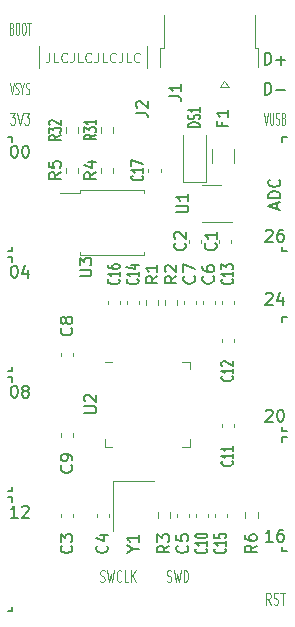
<source format=gbr>
%TF.GenerationSoftware,KiCad,Pcbnew,(6.0.1)*%
%TF.CreationDate,2022-02-13T21:58:50+09:00*%
%TF.ProjectId,yuiop2040,7975696f-7032-4303-9430-2e6b69636164,1*%
%TF.SameCoordinates,Original*%
%TF.FileFunction,Legend,Top*%
%TF.FilePolarity,Positive*%
%FSLAX46Y46*%
G04 Gerber Fmt 4.6, Leading zero omitted, Abs format (unit mm)*
G04 Created by KiCad (PCBNEW (6.0.1)) date 2022-02-13 21:58:50*
%MOMM*%
%LPD*%
G01*
G04 APERTURE LIST*
%ADD10C,0.150000*%
%ADD11C,0.075000*%
%ADD12C,0.120000*%
%ADD13C,0.100000*%
G04 APERTURE END LIST*
D10*
X127970000Y-115055000D02*
X127970000Y-114674000D01*
X150830000Y-84194000D02*
X150830000Y-84575000D01*
X150830000Y-99434000D02*
X150830000Y-99815000D01*
X127589000Y-114166000D02*
X127970000Y-114166000D01*
X127970000Y-93846000D02*
X127970000Y-93465000D01*
X151211000Y-99434000D02*
X150830000Y-99434000D01*
X127970000Y-104514000D02*
X127589000Y-104514000D01*
X127970000Y-124326000D02*
X127970000Y-123945000D01*
X127970000Y-104006000D02*
X127970000Y-103625000D01*
X127970000Y-94735000D02*
X127970000Y-94354000D01*
X127970000Y-104895000D02*
X127970000Y-104514000D01*
X127970000Y-94354000D02*
X127589000Y-94354000D01*
X150830000Y-118865000D02*
X150830000Y-119246000D01*
X127589000Y-93846000D02*
X127970000Y-93846000D01*
X150830000Y-93465000D02*
X150830000Y-93846000D01*
X151211000Y-109594000D02*
X150830000Y-109594000D01*
X127970000Y-84194000D02*
X127589000Y-84194000D01*
X150830000Y-93846000D02*
X151211000Y-93846000D01*
X150830000Y-119246000D02*
X151211000Y-119246000D01*
X127970000Y-114674000D02*
X127589000Y-114674000D01*
X150830000Y-108705000D02*
X150830000Y-109086000D01*
X151211000Y-84194000D02*
X150830000Y-84194000D01*
X127970000Y-114166000D02*
X127970000Y-113785000D01*
X127589000Y-104006000D02*
X127970000Y-104006000D01*
X150830000Y-109594000D02*
X150830000Y-109975000D01*
X127970000Y-84575000D02*
X127970000Y-84194000D01*
X127589000Y-124326000D02*
X127970000Y-124326000D01*
X150830000Y-109086000D02*
X151211000Y-109086000D01*
D11*
X127745821Y-79580344D02*
X127912487Y-80580344D01*
X128079154Y-79580344D01*
X128222011Y-80532725D02*
X128293440Y-80580344D01*
X128412487Y-80580344D01*
X128460106Y-80532725D01*
X128483916Y-80485106D01*
X128507725Y-80389868D01*
X128507725Y-80294630D01*
X128483916Y-80199392D01*
X128460106Y-80151773D01*
X128412487Y-80104154D01*
X128317249Y-80056535D01*
X128269630Y-80008916D01*
X128245821Y-79961297D01*
X128222011Y-79866059D01*
X128222011Y-79770821D01*
X128245821Y-79675583D01*
X128269630Y-79627964D01*
X128317249Y-79580344D01*
X128436297Y-79580344D01*
X128507725Y-79627964D01*
X128817249Y-80104154D02*
X128817249Y-80580344D01*
X128650583Y-79580344D02*
X128817249Y-80104154D01*
X128983916Y-79580344D01*
X129126773Y-80532725D02*
X129198202Y-80580344D01*
X129317249Y-80580344D01*
X129364868Y-80532725D01*
X129388678Y-80485106D01*
X129412487Y-80389868D01*
X129412487Y-80294630D01*
X129388678Y-80199392D01*
X129364868Y-80151773D01*
X129317249Y-80104154D01*
X129222011Y-80056535D01*
X129174392Y-80008916D01*
X129150583Y-79961297D01*
X129126773Y-79866059D01*
X129126773Y-79770821D01*
X129150583Y-79675583D01*
X129174392Y-79627964D01*
X129222011Y-79580344D01*
X129341059Y-79580344D01*
X129412487Y-79627964D01*
X127926428Y-74978571D02*
X127997857Y-75026190D01*
X128021666Y-75073809D01*
X128045476Y-75169047D01*
X128045476Y-75311904D01*
X128021666Y-75407142D01*
X127997857Y-75454761D01*
X127950238Y-75502380D01*
X127759761Y-75502380D01*
X127759761Y-74502380D01*
X127926428Y-74502380D01*
X127974047Y-74550000D01*
X127997857Y-74597619D01*
X128021666Y-74692857D01*
X128021666Y-74788095D01*
X127997857Y-74883333D01*
X127974047Y-74930952D01*
X127926428Y-74978571D01*
X127759761Y-74978571D01*
X128355000Y-74502380D02*
X128450238Y-74502380D01*
X128497857Y-74550000D01*
X128545476Y-74645238D01*
X128569285Y-74835714D01*
X128569285Y-75169047D01*
X128545476Y-75359523D01*
X128497857Y-75454761D01*
X128450238Y-75502380D01*
X128355000Y-75502380D01*
X128307380Y-75454761D01*
X128259761Y-75359523D01*
X128235952Y-75169047D01*
X128235952Y-74835714D01*
X128259761Y-74645238D01*
X128307380Y-74550000D01*
X128355000Y-74502380D01*
X128878809Y-74502380D02*
X128974047Y-74502380D01*
X129021666Y-74550000D01*
X129069285Y-74645238D01*
X129093095Y-74835714D01*
X129093095Y-75169047D01*
X129069285Y-75359523D01*
X129021666Y-75454761D01*
X128974047Y-75502380D01*
X128878809Y-75502380D01*
X128831190Y-75454761D01*
X128783571Y-75359523D01*
X128759761Y-75169047D01*
X128759761Y-74835714D01*
X128783571Y-74645238D01*
X128831190Y-74550000D01*
X128878809Y-74502380D01*
X129235952Y-74502380D02*
X129521666Y-74502380D01*
X129378809Y-75502380D02*
X129378809Y-74502380D01*
X149278333Y-82122380D02*
X149445000Y-83122380D01*
X149611666Y-82122380D01*
X149778333Y-82122380D02*
X149778333Y-82931904D01*
X149802142Y-83027142D01*
X149825952Y-83074761D01*
X149873571Y-83122380D01*
X149968809Y-83122380D01*
X150016428Y-83074761D01*
X150040238Y-83027142D01*
X150064047Y-82931904D01*
X150064047Y-82122380D01*
X150278333Y-83074761D02*
X150349761Y-83122380D01*
X150468809Y-83122380D01*
X150516428Y-83074761D01*
X150540238Y-83027142D01*
X150564047Y-82931904D01*
X150564047Y-82836666D01*
X150540238Y-82741428D01*
X150516428Y-82693809D01*
X150468809Y-82646190D01*
X150373571Y-82598571D01*
X150325952Y-82550952D01*
X150302142Y-82503333D01*
X150278333Y-82408095D01*
X150278333Y-82312857D01*
X150302142Y-82217619D01*
X150325952Y-82170000D01*
X150373571Y-82122380D01*
X150492619Y-82122380D01*
X150564047Y-82170000D01*
X150945000Y-82598571D02*
X151016428Y-82646190D01*
X151040238Y-82693809D01*
X151064047Y-82789047D01*
X151064047Y-82931904D01*
X151040238Y-83027142D01*
X151016428Y-83074761D01*
X150968809Y-83122380D01*
X150778333Y-83122380D01*
X150778333Y-82122380D01*
X150945000Y-82122380D01*
X150992619Y-82170000D01*
X151016428Y-82217619D01*
X151040238Y-82312857D01*
X151040238Y-82408095D01*
X151016428Y-82503333D01*
X150992619Y-82550952D01*
X150945000Y-82598571D01*
X150778333Y-82598571D01*
D10*
X149433095Y-107363619D02*
X149480714Y-107316000D01*
X149575952Y-107268380D01*
X149814047Y-107268380D01*
X149909285Y-107316000D01*
X149956904Y-107363619D01*
X150004523Y-107458857D01*
X150004523Y-107554095D01*
X149956904Y-107696952D01*
X149385476Y-108268380D01*
X150004523Y-108268380D01*
X150623571Y-107268380D02*
X150718809Y-107268380D01*
X150814047Y-107316000D01*
X150861666Y-107363619D01*
X150909285Y-107458857D01*
X150956904Y-107649333D01*
X150956904Y-107887428D01*
X150909285Y-108077904D01*
X150861666Y-108173142D01*
X150814047Y-108220761D01*
X150718809Y-108268380D01*
X150623571Y-108268380D01*
X150528333Y-108220761D01*
X150480714Y-108173142D01*
X150433095Y-108077904D01*
X150385476Y-107887428D01*
X150385476Y-107649333D01*
X150433095Y-107458857D01*
X150480714Y-107363619D01*
X150528333Y-107316000D01*
X150623571Y-107268380D01*
X149433095Y-97457619D02*
X149480714Y-97410000D01*
X149575952Y-97362380D01*
X149814047Y-97362380D01*
X149909285Y-97410000D01*
X149956904Y-97457619D01*
X150004523Y-97552857D01*
X150004523Y-97648095D01*
X149956904Y-97790952D01*
X149385476Y-98362380D01*
X150004523Y-98362380D01*
X150861666Y-97695714D02*
X150861666Y-98362380D01*
X150623571Y-97314761D02*
X150385476Y-98029047D01*
X151004523Y-98029047D01*
X150004523Y-118428380D02*
X149433095Y-118428380D01*
X149718809Y-118428380D02*
X149718809Y-117428380D01*
X149623571Y-117571238D01*
X149528333Y-117666476D01*
X149433095Y-117714095D01*
X150861666Y-117428380D02*
X150671190Y-117428380D01*
X150575952Y-117476000D01*
X150528333Y-117523619D01*
X150433095Y-117666476D01*
X150385476Y-117856952D01*
X150385476Y-118237904D01*
X150433095Y-118333142D01*
X150480714Y-118380761D01*
X150575952Y-118428380D01*
X150766428Y-118428380D01*
X150861666Y-118380761D01*
X150909285Y-118333142D01*
X150956904Y-118237904D01*
X150956904Y-117999809D01*
X150909285Y-117904571D01*
X150861666Y-117856952D01*
X150766428Y-117809333D01*
X150575952Y-117809333D01*
X150480714Y-117856952D01*
X150433095Y-117904571D01*
X150385476Y-117999809D01*
D12*
X131104761Y-77061904D02*
X131104761Y-77633333D01*
X131066666Y-77747619D01*
X130990476Y-77823809D01*
X130876190Y-77861904D01*
X130800000Y-77861904D01*
X131866666Y-77861904D02*
X131485714Y-77861904D01*
X131485714Y-77061904D01*
X132590476Y-77785714D02*
X132552380Y-77823809D01*
X132438095Y-77861904D01*
X132361904Y-77861904D01*
X132247619Y-77823809D01*
X132171428Y-77747619D01*
X132133333Y-77671428D01*
X132095238Y-77519047D01*
X132095238Y-77404761D01*
X132133333Y-77252380D01*
X132171428Y-77176190D01*
X132247619Y-77100000D01*
X132361904Y-77061904D01*
X132438095Y-77061904D01*
X132552380Y-77100000D01*
X132590476Y-77138095D01*
X133161904Y-77061904D02*
X133161904Y-77633333D01*
X133123809Y-77747619D01*
X133047619Y-77823809D01*
X132933333Y-77861904D01*
X132857142Y-77861904D01*
X133923809Y-77861904D02*
X133542857Y-77861904D01*
X133542857Y-77061904D01*
X134647619Y-77785714D02*
X134609523Y-77823809D01*
X134495238Y-77861904D01*
X134419047Y-77861904D01*
X134304761Y-77823809D01*
X134228571Y-77747619D01*
X134190476Y-77671428D01*
X134152380Y-77519047D01*
X134152380Y-77404761D01*
X134190476Y-77252380D01*
X134228571Y-77176190D01*
X134304761Y-77100000D01*
X134419047Y-77061904D01*
X134495238Y-77061904D01*
X134609523Y-77100000D01*
X134647619Y-77138095D01*
X135219047Y-77061904D02*
X135219047Y-77633333D01*
X135180952Y-77747619D01*
X135104761Y-77823809D01*
X134990476Y-77861904D01*
X134914285Y-77861904D01*
X135980952Y-77861904D02*
X135600000Y-77861904D01*
X135600000Y-77061904D01*
X136704761Y-77785714D02*
X136666666Y-77823809D01*
X136552380Y-77861904D01*
X136476190Y-77861904D01*
X136361904Y-77823809D01*
X136285714Y-77747619D01*
X136247619Y-77671428D01*
X136209523Y-77519047D01*
X136209523Y-77404761D01*
X136247619Y-77252380D01*
X136285714Y-77176190D01*
X136361904Y-77100000D01*
X136476190Y-77061904D01*
X136552380Y-77061904D01*
X136666666Y-77100000D01*
X136704761Y-77138095D01*
X137276190Y-77061904D02*
X137276190Y-77633333D01*
X137238095Y-77747619D01*
X137161904Y-77823809D01*
X137047619Y-77861904D01*
X136971428Y-77861904D01*
X138038095Y-77861904D02*
X137657142Y-77861904D01*
X137657142Y-77061904D01*
X138761904Y-77785714D02*
X138723809Y-77823809D01*
X138609523Y-77861904D01*
X138533333Y-77861904D01*
X138419047Y-77823809D01*
X138342857Y-77747619D01*
X138304761Y-77671428D01*
X138266666Y-77519047D01*
X138266666Y-77404761D01*
X138304761Y-77252380D01*
X138342857Y-77176190D01*
X138419047Y-77100000D01*
X138533333Y-77061904D01*
X138609523Y-77061904D01*
X138723809Y-77100000D01*
X138761904Y-77138095D01*
D13*
X141044285Y-121809761D02*
X141138571Y-121857380D01*
X141295714Y-121857380D01*
X141358571Y-121809761D01*
X141390000Y-121762142D01*
X141421428Y-121666904D01*
X141421428Y-121571666D01*
X141390000Y-121476428D01*
X141358571Y-121428809D01*
X141295714Y-121381190D01*
X141170000Y-121333571D01*
X141107142Y-121285952D01*
X141075714Y-121238333D01*
X141044285Y-121143095D01*
X141044285Y-121047857D01*
X141075714Y-120952619D01*
X141107142Y-120905000D01*
X141170000Y-120857380D01*
X141327142Y-120857380D01*
X141421428Y-120905000D01*
X141641428Y-120857380D02*
X141798571Y-121857380D01*
X141924285Y-121143095D01*
X142050000Y-121857380D01*
X142207142Y-120857380D01*
X142458571Y-121857380D02*
X142458571Y-120857380D01*
X142615714Y-120857380D01*
X142710000Y-120905000D01*
X142772857Y-121000238D01*
X142804285Y-121095476D01*
X142835714Y-121285952D01*
X142835714Y-121428809D01*
X142804285Y-121619285D01*
X142772857Y-121714523D01*
X142710000Y-121809761D01*
X142615714Y-121857380D01*
X142458571Y-121857380D01*
X127787857Y-82122380D02*
X128196428Y-82122380D01*
X127976428Y-82503333D01*
X128070714Y-82503333D01*
X128133571Y-82550952D01*
X128165000Y-82598571D01*
X128196428Y-82693809D01*
X128196428Y-82931904D01*
X128165000Y-83027142D01*
X128133571Y-83074761D01*
X128070714Y-83122380D01*
X127882142Y-83122380D01*
X127819285Y-83074761D01*
X127787857Y-83027142D01*
X128385000Y-82122380D02*
X128605000Y-83122380D01*
X128825000Y-82122380D01*
X128982142Y-82122380D02*
X129390714Y-82122380D01*
X129170714Y-82503333D01*
X129265000Y-82503333D01*
X129327857Y-82550952D01*
X129359285Y-82598571D01*
X129390714Y-82693809D01*
X129390714Y-82931904D01*
X129359285Y-83027142D01*
X129327857Y-83074761D01*
X129265000Y-83122380D01*
X129076428Y-83122380D01*
X129013571Y-83074761D01*
X128982142Y-83027142D01*
D10*
X128414523Y-116396380D02*
X127843095Y-116396380D01*
X128128809Y-116396380D02*
X128128809Y-115396380D01*
X128033571Y-115539238D01*
X127938333Y-115634476D01*
X127843095Y-115682095D01*
X128795476Y-115491619D02*
X128843095Y-115444000D01*
X128938333Y-115396380D01*
X129176428Y-115396380D01*
X129271666Y-115444000D01*
X129319285Y-115491619D01*
X129366904Y-115586857D01*
X129366904Y-115682095D01*
X129319285Y-115824952D01*
X128747857Y-116396380D01*
X129366904Y-116396380D01*
X128081190Y-84916380D02*
X128176428Y-84916380D01*
X128271666Y-84964000D01*
X128319285Y-85011619D01*
X128366904Y-85106857D01*
X128414523Y-85297333D01*
X128414523Y-85535428D01*
X128366904Y-85725904D01*
X128319285Y-85821142D01*
X128271666Y-85868761D01*
X128176428Y-85916380D01*
X128081190Y-85916380D01*
X127985952Y-85868761D01*
X127938333Y-85821142D01*
X127890714Y-85725904D01*
X127843095Y-85535428D01*
X127843095Y-85297333D01*
X127890714Y-85106857D01*
X127938333Y-85011619D01*
X127985952Y-84964000D01*
X128081190Y-84916380D01*
X129033571Y-84916380D02*
X129128809Y-84916380D01*
X129224047Y-84964000D01*
X129271666Y-85011619D01*
X129319285Y-85106857D01*
X129366904Y-85297333D01*
X129366904Y-85535428D01*
X129319285Y-85725904D01*
X129271666Y-85821142D01*
X129224047Y-85868761D01*
X129128809Y-85916380D01*
X129033571Y-85916380D01*
X128938333Y-85868761D01*
X128890714Y-85821142D01*
X128843095Y-85725904D01*
X128795476Y-85535428D01*
X128795476Y-85297333D01*
X128843095Y-85106857D01*
X128890714Y-85011619D01*
X128938333Y-84964000D01*
X129033571Y-84916380D01*
X149433095Y-92123619D02*
X149480714Y-92076000D01*
X149575952Y-92028380D01*
X149814047Y-92028380D01*
X149909285Y-92076000D01*
X149956904Y-92123619D01*
X150004523Y-92218857D01*
X150004523Y-92314095D01*
X149956904Y-92456952D01*
X149385476Y-93028380D01*
X150004523Y-93028380D01*
X150861666Y-92028380D02*
X150671190Y-92028380D01*
X150575952Y-92076000D01*
X150528333Y-92123619D01*
X150433095Y-92266476D01*
X150385476Y-92456952D01*
X150385476Y-92837904D01*
X150433095Y-92933142D01*
X150480714Y-92980761D01*
X150575952Y-93028380D01*
X150766428Y-93028380D01*
X150861666Y-92980761D01*
X150909285Y-92933142D01*
X150956904Y-92837904D01*
X150956904Y-92599809D01*
X150909285Y-92504571D01*
X150861666Y-92456952D01*
X150766428Y-92409333D01*
X150575952Y-92409333D01*
X150480714Y-92456952D01*
X150433095Y-92504571D01*
X150385476Y-92599809D01*
X149314047Y-78042380D02*
X149314047Y-77042380D01*
X149552142Y-77042380D01*
X149695000Y-77090000D01*
X149790238Y-77185238D01*
X149837857Y-77280476D01*
X149885476Y-77470952D01*
X149885476Y-77613809D01*
X149837857Y-77804285D01*
X149790238Y-77899523D01*
X149695000Y-77994761D01*
X149552142Y-78042380D01*
X149314047Y-78042380D01*
X150314047Y-77661428D02*
X151075952Y-77661428D01*
X150695000Y-78042380D02*
X150695000Y-77280476D01*
D13*
X135407142Y-121809761D02*
X135501428Y-121857380D01*
X135658571Y-121857380D01*
X135721428Y-121809761D01*
X135752857Y-121762142D01*
X135784285Y-121666904D01*
X135784285Y-121571666D01*
X135752857Y-121476428D01*
X135721428Y-121428809D01*
X135658571Y-121381190D01*
X135532857Y-121333571D01*
X135470000Y-121285952D01*
X135438571Y-121238333D01*
X135407142Y-121143095D01*
X135407142Y-121047857D01*
X135438571Y-120952619D01*
X135470000Y-120905000D01*
X135532857Y-120857380D01*
X135690000Y-120857380D01*
X135784285Y-120905000D01*
X136004285Y-120857380D02*
X136161428Y-121857380D01*
X136287142Y-121143095D01*
X136412857Y-121857380D01*
X136570000Y-120857380D01*
X137198571Y-121762142D02*
X137167142Y-121809761D01*
X137072857Y-121857380D01*
X137010000Y-121857380D01*
X136915714Y-121809761D01*
X136852857Y-121714523D01*
X136821428Y-121619285D01*
X136790000Y-121428809D01*
X136790000Y-121285952D01*
X136821428Y-121095476D01*
X136852857Y-121000238D01*
X136915714Y-120905000D01*
X137010000Y-120857380D01*
X137072857Y-120857380D01*
X137167142Y-120905000D01*
X137198571Y-120952619D01*
X137795714Y-121857380D02*
X137481428Y-121857380D01*
X137481428Y-120857380D01*
X138015714Y-121857380D02*
X138015714Y-120857380D01*
X138392857Y-121857380D02*
X138110000Y-121285952D01*
X138392857Y-120857380D02*
X138015714Y-121428809D01*
D10*
X128081190Y-95076380D02*
X128176428Y-95076380D01*
X128271666Y-95124000D01*
X128319285Y-95171619D01*
X128366904Y-95266857D01*
X128414523Y-95457333D01*
X128414523Y-95695428D01*
X128366904Y-95885904D01*
X128319285Y-95981142D01*
X128271666Y-96028761D01*
X128176428Y-96076380D01*
X128081190Y-96076380D01*
X127985952Y-96028761D01*
X127938333Y-95981142D01*
X127890714Y-95885904D01*
X127843095Y-95695428D01*
X127843095Y-95457333D01*
X127890714Y-95266857D01*
X127938333Y-95171619D01*
X127985952Y-95124000D01*
X128081190Y-95076380D01*
X129271666Y-95409714D02*
X129271666Y-96076380D01*
X129033571Y-95028761D02*
X128795476Y-95743047D01*
X129414523Y-95743047D01*
X149314047Y-80582380D02*
X149314047Y-79582380D01*
X149552142Y-79582380D01*
X149695000Y-79630000D01*
X149790238Y-79725238D01*
X149837857Y-79820476D01*
X149885476Y-80010952D01*
X149885476Y-80153809D01*
X149837857Y-80344285D01*
X149790238Y-80439523D01*
X149695000Y-80534761D01*
X149552142Y-80582380D01*
X149314047Y-80582380D01*
X150314047Y-80201428D02*
X151075952Y-80201428D01*
X128081190Y-105236380D02*
X128176428Y-105236380D01*
X128271666Y-105284000D01*
X128319285Y-105331619D01*
X128366904Y-105426857D01*
X128414523Y-105617333D01*
X128414523Y-105855428D01*
X128366904Y-106045904D01*
X128319285Y-106141142D01*
X128271666Y-106188761D01*
X128176428Y-106236380D01*
X128081190Y-106236380D01*
X127985952Y-106188761D01*
X127938333Y-106141142D01*
X127890714Y-106045904D01*
X127843095Y-105855428D01*
X127843095Y-105617333D01*
X127890714Y-105426857D01*
X127938333Y-105331619D01*
X127985952Y-105284000D01*
X128081190Y-105236380D01*
X128985952Y-105664952D02*
X128890714Y-105617333D01*
X128843095Y-105569714D01*
X128795476Y-105474476D01*
X128795476Y-105426857D01*
X128843095Y-105331619D01*
X128890714Y-105284000D01*
X128985952Y-105236380D01*
X129176428Y-105236380D01*
X129271666Y-105284000D01*
X129319285Y-105331619D01*
X129366904Y-105426857D01*
X129366904Y-105474476D01*
X129319285Y-105569714D01*
X129271666Y-105617333D01*
X129176428Y-105664952D01*
X128985952Y-105664952D01*
X128890714Y-105712571D01*
X128843095Y-105760190D01*
X128795476Y-105855428D01*
X128795476Y-106045904D01*
X128843095Y-106141142D01*
X128890714Y-106188761D01*
X128985952Y-106236380D01*
X129176428Y-106236380D01*
X129271666Y-106188761D01*
X129319285Y-106141142D01*
X129366904Y-106045904D01*
X129366904Y-105855428D01*
X129319285Y-105760190D01*
X129271666Y-105712571D01*
X129176428Y-105664952D01*
D13*
X149833571Y-123762380D02*
X149613571Y-123286190D01*
X149456428Y-123762380D02*
X149456428Y-122762380D01*
X149707857Y-122762380D01*
X149770714Y-122810000D01*
X149802142Y-122857619D01*
X149833571Y-122952857D01*
X149833571Y-123095714D01*
X149802142Y-123190952D01*
X149770714Y-123238571D01*
X149707857Y-123286190D01*
X149456428Y-123286190D01*
X150085000Y-123714761D02*
X150179285Y-123762380D01*
X150336428Y-123762380D01*
X150399285Y-123714761D01*
X150430714Y-123667142D01*
X150462142Y-123571904D01*
X150462142Y-123476666D01*
X150430714Y-123381428D01*
X150399285Y-123333809D01*
X150336428Y-123286190D01*
X150210714Y-123238571D01*
X150147857Y-123190952D01*
X150116428Y-123143333D01*
X150085000Y-123048095D01*
X150085000Y-122952857D01*
X150116428Y-122857619D01*
X150147857Y-122810000D01*
X150210714Y-122762380D01*
X150367857Y-122762380D01*
X150462142Y-122810000D01*
X150650714Y-122762380D02*
X151027857Y-122762380D01*
X150839285Y-123762380D02*
X150839285Y-122762380D01*
D10*
X150361666Y-90258095D02*
X150361666Y-89781904D01*
X150647380Y-90353333D02*
X149647380Y-90020000D01*
X150647380Y-89686666D01*
X150647380Y-89353333D02*
X149647380Y-89353333D01*
X149647380Y-89115238D01*
X149695000Y-88972380D01*
X149790238Y-88877142D01*
X149885476Y-88829523D01*
X150075952Y-88781904D01*
X150218809Y-88781904D01*
X150409285Y-88829523D01*
X150504523Y-88877142D01*
X150599761Y-88972380D01*
X150647380Y-89115238D01*
X150647380Y-89353333D01*
X150552142Y-87781904D02*
X150599761Y-87829523D01*
X150647380Y-87972380D01*
X150647380Y-88067619D01*
X150599761Y-88210476D01*
X150504523Y-88305714D01*
X150409285Y-88353333D01*
X150218809Y-88400952D01*
X150075952Y-88400952D01*
X149885476Y-88353333D01*
X149790238Y-88305714D01*
X149695000Y-88210476D01*
X149647380Y-88067619D01*
X149647380Y-87972380D01*
X149695000Y-87829523D01*
X149742619Y-87781904D01*
%TO.C,R2*%
X141852380Y-95966666D02*
X141376190Y-96300000D01*
X141852380Y-96538095D02*
X140852380Y-96538095D01*
X140852380Y-96157142D01*
X140900000Y-96061904D01*
X140947619Y-96014285D01*
X141042857Y-95966666D01*
X141185714Y-95966666D01*
X141280952Y-96014285D01*
X141328571Y-96061904D01*
X141376190Y-96157142D01*
X141376190Y-96538095D01*
X140947619Y-95585714D02*
X140900000Y-95538095D01*
X140852380Y-95442857D01*
X140852380Y-95204761D01*
X140900000Y-95109523D01*
X140947619Y-95061904D01*
X141042857Y-95014285D01*
X141138095Y-95014285D01*
X141280952Y-95061904D01*
X141852380Y-95633333D01*
X141852380Y-95014285D01*
%TO.C,U2*%
X134052380Y-107561904D02*
X134861904Y-107561904D01*
X134957142Y-107514285D01*
X135004761Y-107466666D01*
X135052380Y-107371428D01*
X135052380Y-107180952D01*
X135004761Y-107085714D01*
X134957142Y-107038095D01*
X134861904Y-106990476D01*
X134052380Y-106990476D01*
X134147619Y-106561904D02*
X134100000Y-106514285D01*
X134052380Y-106419047D01*
X134052380Y-106180952D01*
X134100000Y-106085714D01*
X134147619Y-106038095D01*
X134242857Y-105990476D01*
X134338095Y-105990476D01*
X134480952Y-106038095D01*
X135052380Y-106609523D01*
X135052380Y-105990476D01*
%TO.C,C10*%
X144357142Y-119024285D02*
X144404761Y-119055714D01*
X144452380Y-119150000D01*
X144452380Y-119212857D01*
X144404761Y-119307142D01*
X144309523Y-119370000D01*
X144214285Y-119401428D01*
X144023809Y-119432857D01*
X143880952Y-119432857D01*
X143690476Y-119401428D01*
X143595238Y-119370000D01*
X143500000Y-119307142D01*
X143452380Y-119212857D01*
X143452380Y-119150000D01*
X143500000Y-119055714D01*
X143547619Y-119024285D01*
X144452380Y-118395714D02*
X144452380Y-118772857D01*
X144452380Y-118584285D02*
X143452380Y-118584285D01*
X143595238Y-118647142D01*
X143690476Y-118710000D01*
X143738095Y-118772857D01*
X143452380Y-117987142D02*
X143452380Y-117924285D01*
X143500000Y-117861428D01*
X143547619Y-117830000D01*
X143642857Y-117798571D01*
X143833333Y-117767142D01*
X144071428Y-117767142D01*
X144261904Y-117798571D01*
X144357142Y-117830000D01*
X144404761Y-117861428D01*
X144452380Y-117924285D01*
X144452380Y-117987142D01*
X144404761Y-118050000D01*
X144357142Y-118081428D01*
X144261904Y-118112857D01*
X144071428Y-118144285D01*
X143833333Y-118144285D01*
X143642857Y-118112857D01*
X143547619Y-118081428D01*
X143500000Y-118050000D01*
X143452380Y-117987142D01*
%TO.C,C9*%
X132957142Y-111966666D02*
X133004761Y-112014285D01*
X133052380Y-112157142D01*
X133052380Y-112252380D01*
X133004761Y-112395238D01*
X132909523Y-112490476D01*
X132814285Y-112538095D01*
X132623809Y-112585714D01*
X132480952Y-112585714D01*
X132290476Y-112538095D01*
X132195238Y-112490476D01*
X132100000Y-112395238D01*
X132052380Y-112252380D01*
X132052380Y-112157142D01*
X132100000Y-112014285D01*
X132147619Y-111966666D01*
X133052380Y-111490476D02*
X133052380Y-111300000D01*
X133004761Y-111204761D01*
X132957142Y-111157142D01*
X132814285Y-111061904D01*
X132623809Y-111014285D01*
X132242857Y-111014285D01*
X132147619Y-111061904D01*
X132100000Y-111109523D01*
X132052380Y-111204761D01*
X132052380Y-111395238D01*
X132100000Y-111490476D01*
X132147619Y-111538095D01*
X132242857Y-111585714D01*
X132480952Y-111585714D01*
X132576190Y-111538095D01*
X132623809Y-111490476D01*
X132671428Y-111395238D01*
X132671428Y-111204761D01*
X132623809Y-111109523D01*
X132576190Y-111061904D01*
X132480952Y-111014285D01*
%TO.C,C11*%
X146557142Y-111624285D02*
X146604761Y-111655714D01*
X146652380Y-111750000D01*
X146652380Y-111812857D01*
X146604761Y-111907142D01*
X146509523Y-111970000D01*
X146414285Y-112001428D01*
X146223809Y-112032857D01*
X146080952Y-112032857D01*
X145890476Y-112001428D01*
X145795238Y-111970000D01*
X145700000Y-111907142D01*
X145652380Y-111812857D01*
X145652380Y-111750000D01*
X145700000Y-111655714D01*
X145747619Y-111624285D01*
X146652380Y-110995714D02*
X146652380Y-111372857D01*
X146652380Y-111184285D02*
X145652380Y-111184285D01*
X145795238Y-111247142D01*
X145890476Y-111310000D01*
X145938095Y-111372857D01*
X146652380Y-110367142D02*
X146652380Y-110744285D01*
X146652380Y-110555714D02*
X145652380Y-110555714D01*
X145795238Y-110618571D01*
X145890476Y-110681428D01*
X145938095Y-110744285D01*
%TO.C,R1*%
X140252380Y-95966666D02*
X139776190Y-96300000D01*
X140252380Y-96538095D02*
X139252380Y-96538095D01*
X139252380Y-96157142D01*
X139300000Y-96061904D01*
X139347619Y-96014285D01*
X139442857Y-95966666D01*
X139585714Y-95966666D01*
X139680952Y-96014285D01*
X139728571Y-96061904D01*
X139776190Y-96157142D01*
X139776190Y-96538095D01*
X140252380Y-95014285D02*
X140252380Y-95585714D01*
X140252380Y-95300000D02*
X139252380Y-95300000D01*
X139395238Y-95395238D01*
X139490476Y-95490476D01*
X139538095Y-95585714D01*
%TO.C,U1*%
X141852380Y-90561904D02*
X142661904Y-90561904D01*
X142757142Y-90514285D01*
X142804761Y-90466666D01*
X142852380Y-90371428D01*
X142852380Y-90180952D01*
X142804761Y-90085714D01*
X142757142Y-90038095D01*
X142661904Y-89990476D01*
X141852380Y-89990476D01*
X142852380Y-88990476D02*
X142852380Y-89561904D01*
X142852380Y-89276190D02*
X141852380Y-89276190D01*
X141995238Y-89371428D01*
X142090476Y-89466666D01*
X142138095Y-89561904D01*
%TO.C,C4*%
X135957142Y-118766666D02*
X136004761Y-118814285D01*
X136052380Y-118957142D01*
X136052380Y-119052380D01*
X136004761Y-119195238D01*
X135909523Y-119290476D01*
X135814285Y-119338095D01*
X135623809Y-119385714D01*
X135480952Y-119385714D01*
X135290476Y-119338095D01*
X135195238Y-119290476D01*
X135100000Y-119195238D01*
X135052380Y-119052380D01*
X135052380Y-118957142D01*
X135100000Y-118814285D01*
X135147619Y-118766666D01*
X135385714Y-117909523D02*
X136052380Y-117909523D01*
X135004761Y-118147619D02*
X135719047Y-118385714D01*
X135719047Y-117766666D01*
%TO.C,DS1*%
X143852380Y-83301428D02*
X142852380Y-83301428D01*
X142852380Y-83144285D01*
X142900000Y-83050000D01*
X142995238Y-82987142D01*
X143090476Y-82955714D01*
X143280952Y-82924285D01*
X143423809Y-82924285D01*
X143614285Y-82955714D01*
X143709523Y-82987142D01*
X143804761Y-83050000D01*
X143852380Y-83144285D01*
X143852380Y-83301428D01*
X143804761Y-82672857D02*
X143852380Y-82578571D01*
X143852380Y-82421428D01*
X143804761Y-82358571D01*
X143757142Y-82327142D01*
X143661904Y-82295714D01*
X143566666Y-82295714D01*
X143471428Y-82327142D01*
X143423809Y-82358571D01*
X143376190Y-82421428D01*
X143328571Y-82547142D01*
X143280952Y-82610000D01*
X143233333Y-82641428D01*
X143138095Y-82672857D01*
X143042857Y-82672857D01*
X142947619Y-82641428D01*
X142900000Y-82610000D01*
X142852380Y-82547142D01*
X142852380Y-82390000D01*
X142900000Y-82295714D01*
X143852380Y-81667142D02*
X143852380Y-82044285D01*
X143852380Y-81855714D02*
X142852380Y-81855714D01*
X142995238Y-81918571D01*
X143090476Y-81981428D01*
X143138095Y-82044285D01*
%TO.C,C15*%
X145957142Y-119024285D02*
X146004761Y-119055714D01*
X146052380Y-119150000D01*
X146052380Y-119212857D01*
X146004761Y-119307142D01*
X145909523Y-119370000D01*
X145814285Y-119401428D01*
X145623809Y-119432857D01*
X145480952Y-119432857D01*
X145290476Y-119401428D01*
X145195238Y-119370000D01*
X145100000Y-119307142D01*
X145052380Y-119212857D01*
X145052380Y-119150000D01*
X145100000Y-119055714D01*
X145147619Y-119024285D01*
X146052380Y-118395714D02*
X146052380Y-118772857D01*
X146052380Y-118584285D02*
X145052380Y-118584285D01*
X145195238Y-118647142D01*
X145290476Y-118710000D01*
X145338095Y-118772857D01*
X145052380Y-117798571D02*
X145052380Y-118112857D01*
X145528571Y-118144285D01*
X145480952Y-118112857D01*
X145433333Y-118050000D01*
X145433333Y-117892857D01*
X145480952Y-117830000D01*
X145528571Y-117798571D01*
X145623809Y-117767142D01*
X145861904Y-117767142D01*
X145957142Y-117798571D01*
X146004761Y-117830000D01*
X146052380Y-117892857D01*
X146052380Y-118050000D01*
X146004761Y-118112857D01*
X145957142Y-118144285D01*
%TO.C,R31*%
X135052380Y-83999285D02*
X134576190Y-84219285D01*
X135052380Y-84376428D02*
X134052380Y-84376428D01*
X134052380Y-84125000D01*
X134100000Y-84062142D01*
X134147619Y-84030714D01*
X134242857Y-83999285D01*
X134385714Y-83999285D01*
X134480952Y-84030714D01*
X134528571Y-84062142D01*
X134576190Y-84125000D01*
X134576190Y-84376428D01*
X134052380Y-83779285D02*
X134052380Y-83370714D01*
X134433333Y-83590714D01*
X134433333Y-83496428D01*
X134480952Y-83433571D01*
X134528571Y-83402142D01*
X134623809Y-83370714D01*
X134861904Y-83370714D01*
X134957142Y-83402142D01*
X135004761Y-83433571D01*
X135052380Y-83496428D01*
X135052380Y-83685000D01*
X135004761Y-83747857D01*
X134957142Y-83779285D01*
X135052380Y-82742142D02*
X135052380Y-83119285D01*
X135052380Y-82930714D02*
X134052380Y-82930714D01*
X134195238Y-82993571D01*
X134290476Y-83056428D01*
X134338095Y-83119285D01*
%TO.C,C3*%
X132957142Y-118766666D02*
X133004761Y-118814285D01*
X133052380Y-118957142D01*
X133052380Y-119052380D01*
X133004761Y-119195238D01*
X132909523Y-119290476D01*
X132814285Y-119338095D01*
X132623809Y-119385714D01*
X132480952Y-119385714D01*
X132290476Y-119338095D01*
X132195238Y-119290476D01*
X132100000Y-119195238D01*
X132052380Y-119052380D01*
X132052380Y-118957142D01*
X132100000Y-118814285D01*
X132147619Y-118766666D01*
X132052380Y-118433333D02*
X132052380Y-117814285D01*
X132433333Y-118147619D01*
X132433333Y-118004761D01*
X132480952Y-117909523D01*
X132528571Y-117861904D01*
X132623809Y-117814285D01*
X132861904Y-117814285D01*
X132957142Y-117861904D01*
X133004761Y-117909523D01*
X133052380Y-118004761D01*
X133052380Y-118290476D01*
X133004761Y-118385714D01*
X132957142Y-118433333D01*
%TO.C,Y1*%
X138176190Y-119076190D02*
X138652380Y-119076190D01*
X137652380Y-119409523D02*
X138176190Y-119076190D01*
X137652380Y-118742857D01*
X138652380Y-117885714D02*
X138652380Y-118457142D01*
X138652380Y-118171428D02*
X137652380Y-118171428D01*
X137795238Y-118266666D01*
X137890476Y-118361904D01*
X137938095Y-118457142D01*
%TO.C,R32*%
X132052380Y-84024285D02*
X131576190Y-84244285D01*
X132052380Y-84401428D02*
X131052380Y-84401428D01*
X131052380Y-84150000D01*
X131100000Y-84087142D01*
X131147619Y-84055714D01*
X131242857Y-84024285D01*
X131385714Y-84024285D01*
X131480952Y-84055714D01*
X131528571Y-84087142D01*
X131576190Y-84150000D01*
X131576190Y-84401428D01*
X131052380Y-83804285D02*
X131052380Y-83395714D01*
X131433333Y-83615714D01*
X131433333Y-83521428D01*
X131480952Y-83458571D01*
X131528571Y-83427142D01*
X131623809Y-83395714D01*
X131861904Y-83395714D01*
X131957142Y-83427142D01*
X132004761Y-83458571D01*
X132052380Y-83521428D01*
X132052380Y-83710000D01*
X132004761Y-83772857D01*
X131957142Y-83804285D01*
X131147619Y-83144285D02*
X131100000Y-83112857D01*
X131052380Y-83050000D01*
X131052380Y-82892857D01*
X131100000Y-82830000D01*
X131147619Y-82798571D01*
X131242857Y-82767142D01*
X131338095Y-82767142D01*
X131480952Y-82798571D01*
X132052380Y-83175714D01*
X132052380Y-82767142D01*
%TO.C,C12*%
X146557142Y-104424285D02*
X146604761Y-104455714D01*
X146652380Y-104550000D01*
X146652380Y-104612857D01*
X146604761Y-104707142D01*
X146509523Y-104770000D01*
X146414285Y-104801428D01*
X146223809Y-104832857D01*
X146080952Y-104832857D01*
X145890476Y-104801428D01*
X145795238Y-104770000D01*
X145700000Y-104707142D01*
X145652380Y-104612857D01*
X145652380Y-104550000D01*
X145700000Y-104455714D01*
X145747619Y-104424285D01*
X146652380Y-103795714D02*
X146652380Y-104172857D01*
X146652380Y-103984285D02*
X145652380Y-103984285D01*
X145795238Y-104047142D01*
X145890476Y-104110000D01*
X145938095Y-104172857D01*
X145747619Y-103544285D02*
X145700000Y-103512857D01*
X145652380Y-103450000D01*
X145652380Y-103292857D01*
X145700000Y-103230000D01*
X145747619Y-103198571D01*
X145842857Y-103167142D01*
X145938095Y-103167142D01*
X146080952Y-103198571D01*
X146652380Y-103575714D01*
X146652380Y-103167142D01*
%TO.C,C1*%
X145157142Y-93166666D02*
X145204761Y-93214285D01*
X145252380Y-93357142D01*
X145252380Y-93452380D01*
X145204761Y-93595238D01*
X145109523Y-93690476D01*
X145014285Y-93738095D01*
X144823809Y-93785714D01*
X144680952Y-93785714D01*
X144490476Y-93738095D01*
X144395238Y-93690476D01*
X144300000Y-93595238D01*
X144252380Y-93452380D01*
X144252380Y-93357142D01*
X144300000Y-93214285D01*
X144347619Y-93166666D01*
X145252380Y-92214285D02*
X145252380Y-92785714D01*
X145252380Y-92500000D02*
X144252380Y-92500000D01*
X144395238Y-92595238D01*
X144490476Y-92690476D01*
X144538095Y-92785714D01*
%TO.C,F1*%
X145728571Y-82933333D02*
X145728571Y-83266666D01*
X146252380Y-83266666D02*
X145252380Y-83266666D01*
X145252380Y-82790476D01*
X146252380Y-81885714D02*
X146252380Y-82457142D01*
X146252380Y-82171428D02*
X145252380Y-82171428D01*
X145395238Y-82266666D01*
X145490476Y-82361904D01*
X145538095Y-82457142D01*
%TO.C,C7*%
X143357142Y-95966666D02*
X143404761Y-96014285D01*
X143452380Y-96157142D01*
X143452380Y-96252380D01*
X143404761Y-96395238D01*
X143309523Y-96490476D01*
X143214285Y-96538095D01*
X143023809Y-96585714D01*
X142880952Y-96585714D01*
X142690476Y-96538095D01*
X142595238Y-96490476D01*
X142500000Y-96395238D01*
X142452380Y-96252380D01*
X142452380Y-96157142D01*
X142500000Y-96014285D01*
X142547619Y-95966666D01*
X142452380Y-95633333D02*
X142452380Y-94966666D01*
X143452380Y-95395238D01*
%TO.C,C14*%
X138557142Y-96224285D02*
X138604761Y-96255714D01*
X138652380Y-96350000D01*
X138652380Y-96412857D01*
X138604761Y-96507142D01*
X138509523Y-96570000D01*
X138414285Y-96601428D01*
X138223809Y-96632857D01*
X138080952Y-96632857D01*
X137890476Y-96601428D01*
X137795238Y-96570000D01*
X137700000Y-96507142D01*
X137652380Y-96412857D01*
X137652380Y-96350000D01*
X137700000Y-96255714D01*
X137747619Y-96224285D01*
X138652380Y-95595714D02*
X138652380Y-95972857D01*
X138652380Y-95784285D02*
X137652380Y-95784285D01*
X137795238Y-95847142D01*
X137890476Y-95910000D01*
X137938095Y-95972857D01*
X137985714Y-95030000D02*
X138652380Y-95030000D01*
X137604761Y-95187142D02*
X138319047Y-95344285D01*
X138319047Y-94935714D01*
%TO.C,R5*%
X132052380Y-87166666D02*
X131576190Y-87500000D01*
X132052380Y-87738095D02*
X131052380Y-87738095D01*
X131052380Y-87357142D01*
X131100000Y-87261904D01*
X131147619Y-87214285D01*
X131242857Y-87166666D01*
X131385714Y-87166666D01*
X131480952Y-87214285D01*
X131528571Y-87261904D01*
X131576190Y-87357142D01*
X131576190Y-87738095D01*
X131052380Y-86261904D02*
X131052380Y-86738095D01*
X131528571Y-86785714D01*
X131480952Y-86738095D01*
X131433333Y-86642857D01*
X131433333Y-86404761D01*
X131480952Y-86309523D01*
X131528571Y-86261904D01*
X131623809Y-86214285D01*
X131861904Y-86214285D01*
X131957142Y-86261904D01*
X132004761Y-86309523D01*
X132052380Y-86404761D01*
X132052380Y-86642857D01*
X132004761Y-86738095D01*
X131957142Y-86785714D01*
%TO.C,C6*%
X144957142Y-95966666D02*
X145004761Y-96014285D01*
X145052380Y-96157142D01*
X145052380Y-96252380D01*
X145004761Y-96395238D01*
X144909523Y-96490476D01*
X144814285Y-96538095D01*
X144623809Y-96585714D01*
X144480952Y-96585714D01*
X144290476Y-96538095D01*
X144195238Y-96490476D01*
X144100000Y-96395238D01*
X144052380Y-96252380D01*
X144052380Y-96157142D01*
X144100000Y-96014285D01*
X144147619Y-95966666D01*
X144052380Y-95109523D02*
X144052380Y-95300000D01*
X144100000Y-95395238D01*
X144147619Y-95442857D01*
X144290476Y-95538095D01*
X144480952Y-95585714D01*
X144861904Y-95585714D01*
X144957142Y-95538095D01*
X145004761Y-95490476D01*
X145052380Y-95395238D01*
X145052380Y-95204761D01*
X145004761Y-95109523D01*
X144957142Y-95061904D01*
X144861904Y-95014285D01*
X144623809Y-95014285D01*
X144528571Y-95061904D01*
X144480952Y-95109523D01*
X144433333Y-95204761D01*
X144433333Y-95395238D01*
X144480952Y-95490476D01*
X144528571Y-95538095D01*
X144623809Y-95585714D01*
%TO.C,U3*%
X133652380Y-95986904D02*
X134461904Y-95986904D01*
X134557142Y-95939285D01*
X134604761Y-95891666D01*
X134652380Y-95796428D01*
X134652380Y-95605952D01*
X134604761Y-95510714D01*
X134557142Y-95463095D01*
X134461904Y-95415476D01*
X133652380Y-95415476D01*
X133652380Y-95034523D02*
X133652380Y-94415476D01*
X134033333Y-94748809D01*
X134033333Y-94605952D01*
X134080952Y-94510714D01*
X134128571Y-94463095D01*
X134223809Y-94415476D01*
X134461904Y-94415476D01*
X134557142Y-94463095D01*
X134604761Y-94510714D01*
X134652380Y-94605952D01*
X134652380Y-94891666D01*
X134604761Y-94986904D01*
X134557142Y-95034523D01*
%TO.C,C16*%
X136957142Y-96224285D02*
X137004761Y-96255714D01*
X137052380Y-96350000D01*
X137052380Y-96412857D01*
X137004761Y-96507142D01*
X136909523Y-96570000D01*
X136814285Y-96601428D01*
X136623809Y-96632857D01*
X136480952Y-96632857D01*
X136290476Y-96601428D01*
X136195238Y-96570000D01*
X136100000Y-96507142D01*
X136052380Y-96412857D01*
X136052380Y-96350000D01*
X136100000Y-96255714D01*
X136147619Y-96224285D01*
X137052380Y-95595714D02*
X137052380Y-95972857D01*
X137052380Y-95784285D02*
X136052380Y-95784285D01*
X136195238Y-95847142D01*
X136290476Y-95910000D01*
X136338095Y-95972857D01*
X136052380Y-95030000D02*
X136052380Y-95155714D01*
X136100000Y-95218571D01*
X136147619Y-95250000D01*
X136290476Y-95312857D01*
X136480952Y-95344285D01*
X136861904Y-95344285D01*
X136957142Y-95312857D01*
X137004761Y-95281428D01*
X137052380Y-95218571D01*
X137052380Y-95092857D01*
X137004761Y-95030000D01*
X136957142Y-94998571D01*
X136861904Y-94967142D01*
X136623809Y-94967142D01*
X136528571Y-94998571D01*
X136480952Y-95030000D01*
X136433333Y-95092857D01*
X136433333Y-95218571D01*
X136480952Y-95281428D01*
X136528571Y-95312857D01*
X136623809Y-95344285D01*
%TO.C,R3*%
X141252380Y-118766666D02*
X140776190Y-119100000D01*
X141252380Y-119338095D02*
X140252380Y-119338095D01*
X140252380Y-118957142D01*
X140300000Y-118861904D01*
X140347619Y-118814285D01*
X140442857Y-118766666D01*
X140585714Y-118766666D01*
X140680952Y-118814285D01*
X140728571Y-118861904D01*
X140776190Y-118957142D01*
X140776190Y-119338095D01*
X140252380Y-118433333D02*
X140252380Y-117814285D01*
X140633333Y-118147619D01*
X140633333Y-118004761D01*
X140680952Y-117909523D01*
X140728571Y-117861904D01*
X140823809Y-117814285D01*
X141061904Y-117814285D01*
X141157142Y-117861904D01*
X141204761Y-117909523D01*
X141252380Y-118004761D01*
X141252380Y-118290476D01*
X141204761Y-118385714D01*
X141157142Y-118433333D01*
%TO.C,C13*%
X146557142Y-96224285D02*
X146604761Y-96255714D01*
X146652380Y-96350000D01*
X146652380Y-96412857D01*
X146604761Y-96507142D01*
X146509523Y-96570000D01*
X146414285Y-96601428D01*
X146223809Y-96632857D01*
X146080952Y-96632857D01*
X145890476Y-96601428D01*
X145795238Y-96570000D01*
X145700000Y-96507142D01*
X145652380Y-96412857D01*
X145652380Y-96350000D01*
X145700000Y-96255714D01*
X145747619Y-96224285D01*
X146652380Y-95595714D02*
X146652380Y-95972857D01*
X146652380Y-95784285D02*
X145652380Y-95784285D01*
X145795238Y-95847142D01*
X145890476Y-95910000D01*
X145938095Y-95972857D01*
X145652380Y-95375714D02*
X145652380Y-94967142D01*
X146033333Y-95187142D01*
X146033333Y-95092857D01*
X146080952Y-95030000D01*
X146128571Y-94998571D01*
X146223809Y-94967142D01*
X146461904Y-94967142D01*
X146557142Y-94998571D01*
X146604761Y-95030000D01*
X146652380Y-95092857D01*
X146652380Y-95281428D01*
X146604761Y-95344285D01*
X146557142Y-95375714D01*
%TO.C,C2*%
X142557142Y-93166666D02*
X142604761Y-93214285D01*
X142652380Y-93357142D01*
X142652380Y-93452380D01*
X142604761Y-93595238D01*
X142509523Y-93690476D01*
X142414285Y-93738095D01*
X142223809Y-93785714D01*
X142080952Y-93785714D01*
X141890476Y-93738095D01*
X141795238Y-93690476D01*
X141700000Y-93595238D01*
X141652380Y-93452380D01*
X141652380Y-93357142D01*
X141700000Y-93214285D01*
X141747619Y-93166666D01*
X141747619Y-92785714D02*
X141700000Y-92738095D01*
X141652380Y-92642857D01*
X141652380Y-92404761D01*
X141700000Y-92309523D01*
X141747619Y-92261904D01*
X141842857Y-92214285D01*
X141938095Y-92214285D01*
X142080952Y-92261904D01*
X142652380Y-92833333D01*
X142652380Y-92214285D01*
%TO.C,C5*%
X142757142Y-118766666D02*
X142804761Y-118814285D01*
X142852380Y-118957142D01*
X142852380Y-119052380D01*
X142804761Y-119195238D01*
X142709523Y-119290476D01*
X142614285Y-119338095D01*
X142423809Y-119385714D01*
X142280952Y-119385714D01*
X142090476Y-119338095D01*
X141995238Y-119290476D01*
X141900000Y-119195238D01*
X141852380Y-119052380D01*
X141852380Y-118957142D01*
X141900000Y-118814285D01*
X141947619Y-118766666D01*
X141852380Y-117861904D02*
X141852380Y-118338095D01*
X142328571Y-118385714D01*
X142280952Y-118338095D01*
X142233333Y-118242857D01*
X142233333Y-118004761D01*
X142280952Y-117909523D01*
X142328571Y-117861904D01*
X142423809Y-117814285D01*
X142661904Y-117814285D01*
X142757142Y-117861904D01*
X142804761Y-117909523D01*
X142852380Y-118004761D01*
X142852380Y-118242857D01*
X142804761Y-118338095D01*
X142757142Y-118385714D01*
%TO.C,J1*%
X141252380Y-80733333D02*
X141966666Y-80733333D01*
X142109523Y-80780952D01*
X142204761Y-80876190D01*
X142252380Y-81019047D01*
X142252380Y-81114285D01*
X142252380Y-79733333D02*
X142252380Y-80304761D01*
X142252380Y-80019047D02*
X141252380Y-80019047D01*
X141395238Y-80114285D01*
X141490476Y-80209523D01*
X141538095Y-80304761D01*
%TO.C,J2*%
X138452380Y-82133333D02*
X139166666Y-82133333D01*
X139309523Y-82180952D01*
X139404761Y-82276190D01*
X139452380Y-82419047D01*
X139452380Y-82514285D01*
X138547619Y-81704761D02*
X138500000Y-81657142D01*
X138452380Y-81561904D01*
X138452380Y-81323809D01*
X138500000Y-81228571D01*
X138547619Y-81180952D01*
X138642857Y-81133333D01*
X138738095Y-81133333D01*
X138880952Y-81180952D01*
X139452380Y-81752380D01*
X139452380Y-81133333D01*
%TO.C,C8*%
X132957142Y-100366666D02*
X133004761Y-100414285D01*
X133052380Y-100557142D01*
X133052380Y-100652380D01*
X133004761Y-100795238D01*
X132909523Y-100890476D01*
X132814285Y-100938095D01*
X132623809Y-100985714D01*
X132480952Y-100985714D01*
X132290476Y-100938095D01*
X132195238Y-100890476D01*
X132100000Y-100795238D01*
X132052380Y-100652380D01*
X132052380Y-100557142D01*
X132100000Y-100414285D01*
X132147619Y-100366666D01*
X132480952Y-99795238D02*
X132433333Y-99890476D01*
X132385714Y-99938095D01*
X132290476Y-99985714D01*
X132242857Y-99985714D01*
X132147619Y-99938095D01*
X132100000Y-99890476D01*
X132052380Y-99795238D01*
X132052380Y-99604761D01*
X132100000Y-99509523D01*
X132147619Y-99461904D01*
X132242857Y-99414285D01*
X132290476Y-99414285D01*
X132385714Y-99461904D01*
X132433333Y-99509523D01*
X132480952Y-99604761D01*
X132480952Y-99795238D01*
X132528571Y-99890476D01*
X132576190Y-99938095D01*
X132671428Y-99985714D01*
X132861904Y-99985714D01*
X132957142Y-99938095D01*
X133004761Y-99890476D01*
X133052380Y-99795238D01*
X133052380Y-99604761D01*
X133004761Y-99509523D01*
X132957142Y-99461904D01*
X132861904Y-99414285D01*
X132671428Y-99414285D01*
X132576190Y-99461904D01*
X132528571Y-99509523D01*
X132480952Y-99604761D01*
%TO.C,C17*%
X138957142Y-87449285D02*
X139004761Y-87480714D01*
X139052380Y-87575000D01*
X139052380Y-87637857D01*
X139004761Y-87732142D01*
X138909523Y-87795000D01*
X138814285Y-87826428D01*
X138623809Y-87857857D01*
X138480952Y-87857857D01*
X138290476Y-87826428D01*
X138195238Y-87795000D01*
X138100000Y-87732142D01*
X138052380Y-87637857D01*
X138052380Y-87575000D01*
X138100000Y-87480714D01*
X138147619Y-87449285D01*
X139052380Y-86820714D02*
X139052380Y-87197857D01*
X139052380Y-87009285D02*
X138052380Y-87009285D01*
X138195238Y-87072142D01*
X138290476Y-87135000D01*
X138338095Y-87197857D01*
X138052380Y-86600714D02*
X138052380Y-86160714D01*
X139052380Y-86443571D01*
%TO.C,R6*%
X148652380Y-118766666D02*
X148176190Y-119100000D01*
X148652380Y-119338095D02*
X147652380Y-119338095D01*
X147652380Y-118957142D01*
X147700000Y-118861904D01*
X147747619Y-118814285D01*
X147842857Y-118766666D01*
X147985714Y-118766666D01*
X148080952Y-118814285D01*
X148128571Y-118861904D01*
X148176190Y-118957142D01*
X148176190Y-119338095D01*
X147652380Y-117909523D02*
X147652380Y-118100000D01*
X147700000Y-118195238D01*
X147747619Y-118242857D01*
X147890476Y-118338095D01*
X148080952Y-118385714D01*
X148461904Y-118385714D01*
X148557142Y-118338095D01*
X148604761Y-118290476D01*
X148652380Y-118195238D01*
X148652380Y-118004761D01*
X148604761Y-117909523D01*
X148557142Y-117861904D01*
X148461904Y-117814285D01*
X148223809Y-117814285D01*
X148128571Y-117861904D01*
X148080952Y-117909523D01*
X148033333Y-118004761D01*
X148033333Y-118195238D01*
X148080952Y-118290476D01*
X148128571Y-118338095D01*
X148223809Y-118385714D01*
%TO.C,R4*%
X135052380Y-87166666D02*
X134576190Y-87500000D01*
X135052380Y-87738095D02*
X134052380Y-87738095D01*
X134052380Y-87357142D01*
X134100000Y-87261904D01*
X134147619Y-87214285D01*
X134242857Y-87166666D01*
X134385714Y-87166666D01*
X134480952Y-87214285D01*
X134528571Y-87261904D01*
X134576190Y-87357142D01*
X134576190Y-87738095D01*
X134385714Y-86309523D02*
X135052380Y-86309523D01*
X134004761Y-86547619D02*
X134719047Y-86785714D01*
X134719047Y-86166666D01*
D12*
%TO.C,R2*%
X141922500Y-98437258D02*
X141922500Y-97962742D01*
X140877500Y-98437258D02*
X140877500Y-97962742D01*
%TO.C,U2*%
X136440000Y-110410000D02*
X135790000Y-110410000D01*
X142360000Y-110410000D02*
X143010000Y-110410000D01*
X136440000Y-103190000D02*
X135790000Y-103190000D01*
X143010000Y-110410000D02*
X143010000Y-109760000D01*
X135790000Y-110410000D02*
X135790000Y-109760000D01*
X143010000Y-103190000D02*
X143010000Y-103840000D01*
X142360000Y-103190000D02*
X143010000Y-103190000D01*
%TO.C,C10*%
X143490000Y-116059420D02*
X143490000Y-116340580D01*
X144510000Y-116059420D02*
X144510000Y-116340580D01*
%TO.C,C9*%
X133110000Y-109259420D02*
X133110000Y-109540580D01*
X132090000Y-109259420D02*
X132090000Y-109540580D01*
%TO.C,C11*%
X146710000Y-108459420D02*
X146710000Y-108740580D01*
X145690000Y-108459420D02*
X145690000Y-108740580D01*
%TO.C,R1*%
X139277500Y-98437258D02*
X139277500Y-97962742D01*
X140322500Y-98437258D02*
X140322500Y-97962742D01*
%TO.C,U1*%
X144800000Y-91360000D02*
X146600000Y-91360000D01*
X144800000Y-91360000D02*
X144000000Y-91360000D01*
X144800000Y-88240000D02*
X145600000Y-88240000D01*
X144800000Y-88240000D02*
X144000000Y-88240000D01*
%TO.C,C4*%
X136110000Y-116340580D02*
X136110000Y-116059420D01*
X135090000Y-116340580D02*
X135090000Y-116059420D01*
%TO.C,DS1*%
X142400000Y-87950000D02*
X142400000Y-84050000D01*
X144400000Y-87950000D02*
X144400000Y-84050000D01*
X142400000Y-87950000D02*
X144400000Y-87950000D01*
%TO.C,C15*%
X146110000Y-116059420D02*
X146110000Y-116340580D01*
X145090000Y-116059420D02*
X145090000Y-116340580D01*
%TO.C,R31*%
X136522500Y-83337742D02*
X136522500Y-83812258D01*
X135477500Y-83337742D02*
X135477500Y-83812258D01*
%TO.C,C3*%
X132090000Y-116059420D02*
X132090000Y-116340580D01*
X133110000Y-116059420D02*
X133110000Y-116340580D01*
%TO.C,Y1*%
X139950000Y-113300000D02*
X136450000Y-113300000D01*
X136450000Y-113300000D02*
X136450000Y-117500000D01*
%TO.C,R32*%
X133522500Y-83362742D02*
X133522500Y-83837258D01*
X132477500Y-83362742D02*
X132477500Y-83837258D01*
%TO.C,C12*%
X145690000Y-101259420D02*
X145690000Y-101540580D01*
X146710000Y-101259420D02*
X146710000Y-101540580D01*
%TO.C,C1*%
X146510000Y-92859420D02*
X146510000Y-93140580D01*
X145490000Y-92859420D02*
X145490000Y-93140580D01*
%TO.C,F1*%
X146710000Y-85197936D02*
X146710000Y-86402064D01*
X144890000Y-85197936D02*
X144890000Y-86402064D01*
%TO.C,C7*%
X143510000Y-98340580D02*
X143510000Y-98059420D01*
X142490000Y-98340580D02*
X142490000Y-98059420D01*
%TO.C,C14*%
X137690000Y-98340580D02*
X137690000Y-98059420D01*
X138710000Y-98340580D02*
X138710000Y-98059420D01*
%TO.C,R5*%
X133522500Y-86762742D02*
X133522500Y-87237258D01*
X132477500Y-86762742D02*
X132477500Y-87237258D01*
%TO.C,C6*%
X145110000Y-98340580D02*
X145110000Y-98059420D01*
X144090000Y-98340580D02*
X144090000Y-98059420D01*
%TO.C,U3*%
X136400000Y-94150000D02*
X139125000Y-94150000D01*
X136400000Y-94150000D02*
X133675000Y-94150000D01*
X139125000Y-94150000D02*
X139125000Y-93890000D01*
X136400000Y-88700000D02*
X139125000Y-88700000D01*
X133675000Y-88960000D02*
X132000000Y-88960000D01*
X133675000Y-88700000D02*
X133675000Y-88960000D01*
X139125000Y-88700000D02*
X139125000Y-88960000D01*
X136400000Y-88700000D02*
X133675000Y-88700000D01*
X133675000Y-94150000D02*
X133675000Y-93890000D01*
%TO.C,C16*%
X136090000Y-98340580D02*
X136090000Y-98059420D01*
X137110000Y-98340580D02*
X137110000Y-98059420D01*
%TO.C,R3*%
X140277500Y-116437258D02*
X140277500Y-115962742D01*
X141322500Y-116437258D02*
X141322500Y-115962742D01*
%TO.C,C13*%
X145690000Y-98340580D02*
X145690000Y-98059420D01*
X146710000Y-98340580D02*
X146710000Y-98059420D01*
%TO.C,C2*%
X142890000Y-92859420D02*
X142890000Y-93140580D01*
X143910000Y-92859420D02*
X143910000Y-93140580D01*
%TO.C,C5*%
X142910000Y-116059420D02*
X142910000Y-116340580D01*
X141890000Y-116059420D02*
X141890000Y-116340580D01*
%TO.C,J1*%
X145925000Y-79465000D02*
X146325000Y-79915000D01*
X148775000Y-76665000D02*
X148475000Y-76665000D01*
X148775000Y-76665000D02*
X148775000Y-78215000D01*
X146325000Y-79915000D02*
X145525000Y-79915000D01*
X140475000Y-76665000D02*
X140475000Y-78215000D01*
X140775000Y-73865000D02*
X140775000Y-76665000D01*
X140775000Y-76665000D02*
X140475000Y-76665000D01*
X148475000Y-73865000D02*
X148475000Y-76665000D01*
X145525000Y-79915000D02*
X145925000Y-79465000D01*
%TO.C,J2*%
X139380000Y-78365000D02*
X139380000Y-76445000D01*
X130220000Y-76445000D02*
X130220000Y-78365000D01*
%TO.C,C8*%
X133110000Y-102740580D02*
X133110000Y-102459420D01*
X132090000Y-102740580D02*
X132090000Y-102459420D01*
%TO.C,C17*%
X140510000Y-87165580D02*
X140510000Y-86884420D01*
X139490000Y-87165580D02*
X139490000Y-86884420D01*
%TO.C,R6*%
X147677500Y-116437258D02*
X147677500Y-115962742D01*
X148722500Y-116437258D02*
X148722500Y-115962742D01*
%TO.C,R4*%
X136522500Y-87237258D02*
X136522500Y-86762742D01*
X135477500Y-87237258D02*
X135477500Y-86762742D01*
%TD*%
M02*

</source>
